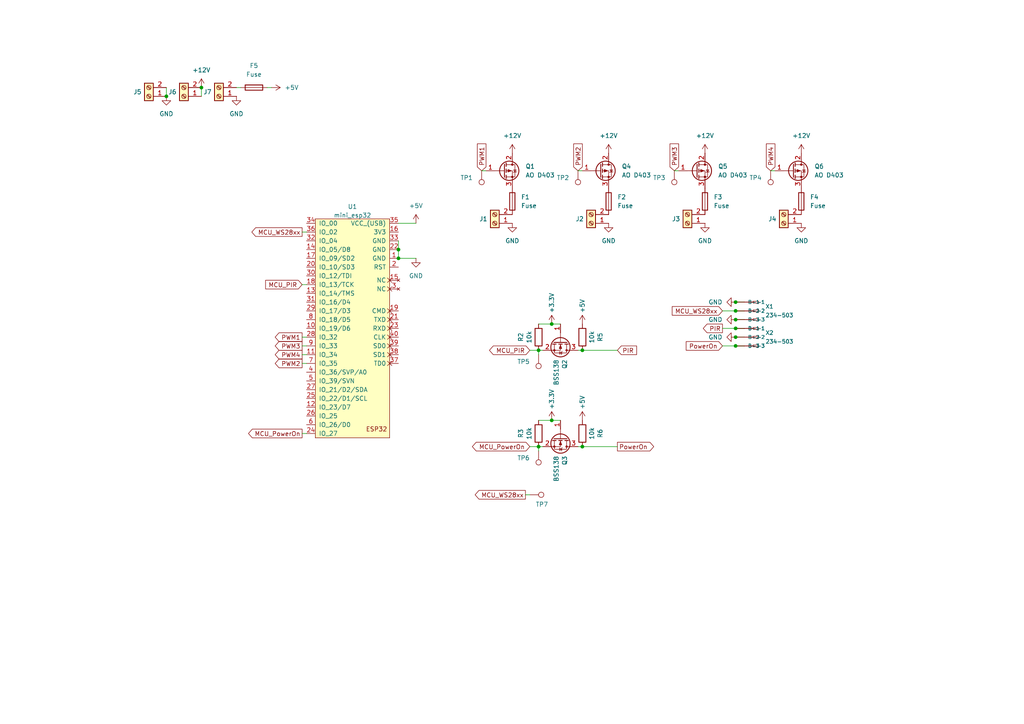
<source format=kicad_sch>
(kicad_sch (version 20231120) (generator "eeschema") (generator_version "8.0")
  (paper "A4")
  (lib_symbols
    (symbol "Connector:Screw_Terminal_01x02" (pin_names (offset 1.016) hide)
      (property "Reference" "J" (at 0 2.54 0))
      (property "Value" "Screw_Terminal_01x02" (at 0 -5.08 0))
      (symbol "Screw_Terminal_01x02_1_1"
        (rectangle (start -1.27 1.27) (end 1.27 -3.81) (stroke (width 0.254)) (fill (type background)))
        (circle (center 0 -2.54) (radius 0.635) (stroke (width 0.1524)))
        (polyline (pts (xy -0.5334 -2.2098) (xy 0.3302 -3.048)) (stroke (width 0.1524)))
        (polyline (pts (xy -0.5334 0.3302) (xy 0.3302 -0.508)) (stroke (width 0.1524)))
        (polyline (pts (xy -0.3556 -2.032) (xy 0.508 -2.8702)) (stroke (width 0.1524)))
        (polyline (pts (xy -0.3556 0.508) (xy 0.508 -0.3302)) (stroke (width 0.1524)))
        (circle (center 0 0) (radius 0.635) (stroke (width 0.1524)))
        (pin passive line (at -5.08 0 0) (length 3.81) (name "Pin_1") (number "1"))
        (pin passive line (at -5.08 -2.54 0) (length 3.81) (name "Pin_2") (number "2"))
      )
    )
    (symbol "Connector:TestPoint" (pin_numbers hide) (pin_names (offset 0.762) hide)
      (property "Reference" "TP" (at 0 6.858 0))
      (property "Value" "TestPoint" (at 0 5.08 0))
      (symbol "TestPoint_0_1"
        (circle (center 0 3.302) (radius 0.762))
      )
      (symbol "TestPoint_1_1"
        (pin passive line (at 0 0 90) (length 2.54) (name "1") (number "1"))
      )
    )
    (symbol "Device:Fuse" (pin_numbers hide) (pin_names (offset 0))
      (property "Reference" "F" (at 2.032 0 90))
      (property "Value" "Fuse" (at -1.905 0 90))
      (symbol "Fuse_0_1"
        (rectangle (start -0.762 -2.54) (end 0.762 2.54) (stroke (width 0.254)))
        (polyline (pts (xy 0 2.54) (xy 0 -2.54)))
      )
      (symbol "Fuse_1_1"
        (pin passive line (at 0 3.81 270) (length 1.27) (name "~") (number "1"))
        (pin passive line (at 0 -3.81 90) (length 1.27) (name "~") (number "2"))
      )
    )
    (symbol "Device:Q_PMOS_GDS" (pin_names (offset 0) hide)
      (property "Reference" "Q" (at 5.08 1.27 0))
      (property "Value" "Q_PMOS_GDS" (at 5.08 -1.27 0))
      (symbol "Q_PMOS_GDS_0_1"
        (polyline (pts (xy 0.254 0) (xy -2.54 0)))
        (polyline (pts (xy 0.254 1.905) (xy 0.254 -1.905)) (stroke (width 0.254)))
        (polyline (pts (xy 0.762 -1.27) (xy 0.762 -2.286)) (stroke (width 0.254)))
        (polyline (pts (xy 0.762 0.508) (xy 0.762 -0.508)) (stroke (width 0.254)))
        (polyline (pts (xy 0.762 2.286) (xy 0.762 1.27)) (stroke (width 0.254)))
        (polyline (pts (xy 2.54 2.54) (xy 2.54 1.778)))
        (polyline (pts (xy 2.54 -2.54) (xy 2.54 0) (xy 0.762 0)))
        (polyline (pts (xy 0.762 1.778) (xy 3.302 1.778) (xy 3.302 -1.778) (xy 0.762 -1.778)))
        (polyline (pts (xy 2.286 0) (xy 1.27 0.381) (xy 1.27 -0.381) (xy 2.286 0)) (fill (type outline)))
        (polyline (pts (xy 2.794 -0.508) (xy 2.921 -0.381) (xy 3.683 -0.381) (xy 3.81 -0.254)))
        (polyline (pts (xy 3.302 -0.381) (xy 2.921 0.254) (xy 3.683 0.254) (xy 3.302 -0.381)))
        (circle (center 1.651 0) (radius 2.794) (stroke (width 0.254)))
        (circle (center 2.54 -1.778) (radius 0.254) (fill (type outline)))
        (circle (center 2.54 1.778) (radius 0.254) (fill (type outline)))
      )
      (symbol "Q_PMOS_GDS_1_1"
        (pin input line (at -5.08 0 0) (length 2.54) (name "G") (number "1"))
        (pin passive line (at 2.54 5.08 270) (length 2.54) (name "D") (number "2"))
        (pin passive line (at 2.54 -5.08 90) (length 2.54) (name "S") (number "3"))
      )
    )
    (symbol "Device:R" (pin_numbers hide) (pin_names (offset 0))
      (property "Reference" "R" (at 2.032 0 90))
      (property "Value" "R" (at 0 0 90))
      (symbol "R_0_1"
        (rectangle (start -1.016 -2.54) (end 1.016 2.54) (stroke (width 0.254)))
      )
      (symbol "R_1_1"
        (pin passive line (at 0 3.81 270) (length 1.27) (name "~") (number "1"))
        (pin passive line (at 0 -3.81 90) (length 1.27) (name "~") (number "2"))
      )
    )
    (symbol "ESP32_mini:mini_esp32" (pin_names (offset 1.016))
      (property "Reference" "U" (at -7.62 -50.8 0))
      (property "Value" "mini_esp32" (at 5.08 -59.69 0))
      (symbol "mini_esp32_0_0"
        (text "ESP32" (at 7.62 -62.23 0) (effects (font (size 1.27 1.27))))
        (pin power_in line (at 13.97 -12.7 180) (length 2.54) (name "GND") (number "1"))
        (pin input line (at 13.97 -15.24 180) (length 2.54) (name "RST") (number "2"))
        (pin no_connect non_logic (at 13.97 -21.59 180) (length 2.54) (name "NC") (number "3"))
        (pin bidirectional line (at -12.7 -45.72 0) (length 2.54) (name "IO_36/SVP/A0") (number "4"))
        (pin bidirectional line (at -12.7 -48.26 0) (length 2.54) (name "IO_39/SVN") (number "5"))
      )
      (symbol "mini_esp32_0_1"
        (rectangle (start -10.16 -1.27) (end 11.43 -64.77) (fill (type background)))
      )
      (symbol "mini_esp32_1_1"
        (pin bidirectional line (at -12.7 -33.02 0) (length 2.54) (name "IO_19/D6") (number "10"))
        (pin bidirectional line (at -12.7 -40.64 0) (length 2.54) (name "IO_34") (number "11"))
        (pin bidirectional line (at -12.7 -55.88 0) (length 2.54) (name "IO_23/D7") (number "12"))
        (pin bidirectional line (at -12.7 -22.86 0) (length 2.54) (name "IO_14/TMS") (number "13"))
        (pin bidirectional line (at -12.7 -10.16 0) (length 2.54) (name "IO_05/D8") (number "14"))
        (pin no_connect non_logic (at 13.97 -19.05 180) (length 2.54) (name "NC") (number "15"))
        (pin power_in line (at 13.97 -5.08 180) (length 2.54) (name "3V3") (number "16"))
        (pin bidirectional line (at -12.7 -12.7 0) (length 2.54) (name "IO_09/SD2") (number "17"))
        (pin bidirectional line (at -12.7 -20.32 0) (length 2.54) (name "IO_13/TCK") (number "18"))
        (pin passive non_logic (at 13.97 -27.94 180) (length 2.54) (name "CMD") (number "19"))
        (pin bidirectional line (at -12.7 -15.24 0) (length 2.54) (name "IO_10/SD3") (number "20"))
        (pin passive non_logic (at 13.97 -30.48 180) (length 2.54) (name "TXD") (number "21"))
        (pin power_in line (at 13.97 -10.16 180) (length 2.54) (name "GND") (number "22"))
        (pin passive non_logic (at 13.97 -33.02 180) (length 2.54) (name "RXD") (number "23"))
        (pin bidirectional line (at -12.7 -63.5 0) (length 2.54) (name "IO_27") (number "24"))
        (pin bidirectional line (at -12.7 -53.34 0) (length 2.54) (name "IO_22/D1/SCL") (number "25"))
        (pin bidirectional line (at -12.7 -58.42 0) (length 2.54) (name "IO_25") (number "26"))
        (pin bidirectional line (at -12.7 -50.8 0) (length 2.54) (name "IO_21/D2/SDA") (number "27"))
        (pin bidirectional line (at -12.7 -35.56 0) (length 2.54) (name "IO_32") (number "28"))
        (pin bidirectional line (at -12.7 -27.94 0) (length 2.54) (name "IO_17/D3") (number "29"))
        (pin bidirectional line (at -12.7 -17.78 0) (length 2.54) (name "IO_12/TDI") (number "30"))
        (pin bidirectional line (at -12.7 -25.4 0) (length 2.54) (name "IO_16/D4") (number "31"))
        (pin bidirectional line (at -12.7 -7.62 0) (length 2.54) (name "IO_04") (number "32"))
        (pin power_in line (at 13.97 -7.62 180) (length 2.54) (name "GND") (number "33"))
        (pin bidirectional line (at -12.7 -2.54 0) (length 2.54) (name "IO_00") (number "34"))
        (pin power_in line (at 13.97 -2.54 180) (length 2.54) (name "VCC_(USB)") (number "35"))
        (pin bidirectional line (at -12.7 -5.08 0) (length 2.54) (name "IO_02") (number "36"))
        (pin passive non_logic (at 13.97 -43.18 180) (length 2.54) (name "TD0") (number "37"))
        (pin passive non_logic (at 13.97 -40.64 180) (length 2.54) (name "SD1") (number "38"))
        (pin passive non_logic (at 13.97 -38.1 180) (length 2.54) (name "SD0") (number "39"))
        (pin passive non_logic (at 13.97 -35.56 180) (length 2.54) (name "CLK") (number "40"))
        (pin bidirectional line (at -12.7 -60.96 0) (length 2.54) (name "IO_26/D0") (number "6"))
        (pin bidirectional line (at -12.7 -43.18 0) (length 2.54) (name "IO_35") (number "7"))
        (pin bidirectional line (at -12.7 -30.48 0) (length 2.54) (name "IO_18/D5") (number "8"))
        (pin bidirectional line (at -12.7 -38.1 0) (length 2.54) (name "IO_33") (number "9"))
      )
    )
    (symbol "Transistor_FET:BSS138" (pin_names hide)
      (property "Reference" "Q" (at 5.08 1.905 0))
      (property "Value" "BSS138" (at 5.08 0 0))
      (symbol "BSS138_0_1"
        (polyline (pts (xy 0.254 0) (xy -2.54 0)))
        (polyline (pts (xy 0.254 1.905) (xy 0.254 -1.905)) (stroke (width 0.254)))
        (polyline (pts (xy 0.762 -1.27) (xy 0.762 -2.286)) (stroke (width 0.254)))
        (polyline (pts (xy 0.762 0.508) (xy 0.762 -0.508)) (stroke (width 0.254)))
        (polyline (pts (xy 0.762 2.286) (xy 0.762 1.27)) (stroke (width 0.254)))
        (polyline (pts (xy 2.54 2.54) (xy 2.54 1.778)))
        (polyline (pts (xy 2.54 -2.54) (xy 2.54 0) (xy 0.762 0)))
        (polyline (pts (xy 0.762 -1.778) (xy 3.302 -1.778) (xy 3.302 1.778) (xy 0.762 1.778)))
        (polyline (pts (xy 1.016 0) (xy 2.032 0.381) (xy 2.032 -0.381) (xy 1.016 0)) (fill (type outline)))
        (polyline (pts (xy 2.794 0.508) (xy 2.921 0.381) (xy 3.683 0.381) (xy 3.81 0.254)))
        (polyline (pts (xy 3.302 0.381) (xy 2.921 -0.254) (xy 3.683 -0.254) (xy 3.302 0.381)))
        (circle (center 1.651 0) (radius 2.794) (stroke (width 0.254)))
        (circle (center 2.54 -1.778) (radius 0.254) (fill (type outline)))
        (circle (center 2.54 1.778) (radius 0.254) (fill (type outline)))
      )
      (symbol "BSS138_1_1"
        (pin input line (at -5.08 0 0) (length 2.54) (name "G") (number "1"))
        (pin passive line (at 2.54 -5.08 90) (length 2.54) (name "S") (number "2"))
        (pin passive line (at 2.54 5.08 270) (length 2.54) (name "D") (number "3"))
      )
    )
    (symbol "con-wago:234-503" (pin_numbers hide) (pin_names (offset 1.016))
      (property "Reference" "X" (at -5.08 5.08 0))
      (property "Value" "234-503" (at -5.08 -6.35 0))
      (symbol "234-503_1_0"
        (polyline (pts (xy -2.54 -2.794) (xy -1.016 -2.794)))
        (polyline (pts (xy -2.54 -2.286) (xy -2.54 -2.794)))
        (polyline (pts (xy -2.54 -0.254) (xy -1.016 -0.254)))
        (polyline (pts (xy -2.54 0.254) (xy -2.54 -0.254)))
        (polyline (pts (xy -2.54 2.286) (xy -1.016 2.286)))
        (polyline (pts (xy -2.54 2.794) (xy -2.54 2.286)))
        (polyline (pts (xy -1.016 -2.794) (xy -1.016 -2.286)))
        (polyline (pts (xy -1.016 -2.286) (xy -2.54 -2.286)))
        (polyline (pts (xy -1.016 -0.254) (xy -1.016 0.254)))
        (polyline (pts (xy -1.016 0.254) (xy -2.54 0.254)))
        (polyline (pts (xy -1.016 2.286) (xy -1.016 2.794)))
        (polyline (pts (xy -1.016 2.794) (xy -2.54 2.794)))
      )
      (symbol "234-503_1_1"
        (pin passive line (at -5.08 2.54 0) (length 2.54) (name "-1") (number "A1"))
        (pin passive line (at -5.08 0 0) (length 2.54) (name "-2") (number "A2"))
        (pin passive line (at -5.08 -2.54 0) (length 2.54) (name "-3") (number "A3"))
        (pin passive line (at -7.62 2.54 0) (length 2.54) (name "B-1") (number "B1"))
        (pin passive line (at -7.62 0 0) (length 2.54) (name "B-2") (number "B2"))
        (pin passive line (at -7.62 -2.54 0) (length 2.54) (name "B-3") (number "B3"))
      )
    )
    (symbol "power:+12V" (power) (pin_numbers hide) (pin_names (offset 0) hide)
      (property "Value" "+12V" (at 0 3.556 0))
      (symbol "+12V_0_1"
        (polyline (pts (xy -0.762 1.27) (xy 0 2.54)))
        (polyline (pts (xy 0 0) (xy 0 2.54)))
        (polyline (pts (xy 0 2.54) (xy 0.762 1.27)))
      )
      (symbol "+12V_1_1"
        (pin power_in line (at 0 0 90) (length 0) (name "~") (number "1"))
      )
    )
    (symbol "power:+3.3V" (power) (pin_names (offset 0))
      (property "Value" "+3.3V" (at 0 3.556 0))
      (symbol "+3.3V_0_1"
        (polyline (pts (xy -0.762 1.27) (xy 0 2.54)))
        (polyline (pts (xy 0 0) (xy 0 2.54)))
        (polyline (pts (xy 0 2.54) (xy 0.762 1.27)))
      )
      (symbol "+3.3V_1_1"
        (pin power_in line (at 0 0 90) (length 0) hide (name "+3.3V") (number "1"))
      )
    )
    (symbol "power:+5V" (power) (pin_names (offset 0))
      (property "Value" "+5V" (at 0 3.556 0))
      (symbol "+5V_0_1"
        (polyline (pts (xy -0.762 1.27) (xy 0 2.54)))
        (polyline (pts (xy 0 0) (xy 0 2.54)))
        (polyline (pts (xy 0 2.54) (xy 0.762 1.27)))
      )
      (symbol "+5V_1_1"
        (pin power_in line (at 0 0 90) (length 0) hide (name "+5V") (number "1"))
      )
    )
    (symbol "power:GND" (power) (pin_numbers hide) (pin_names (offset 0) hide)
      (property "Value" "GND" (at 0 -3.81 0))
      (symbol "GND_0_1"
        (polyline (pts (xy 0 0) (xy 0 -1.27) (xy 1.27 -1.27) (xy 0 -2.54) (xy -1.27 -1.27) (xy 0 -1.27)))
      )
      (symbol "GND_1_1"
        (pin power_in line (at 0 0 270) (length 0) (name "~") (number "1"))
      )
    )
  )
  (junction (at 160.02 121.92))
  (junction (at 48.26 27.94))
  (junction (at 168.91 101.6))
  (junction (at 160.02 93.98))
  (junction (at 168.91 129.54))
  (junction (at 213.36 95.25))
  (junction (at 213.36 100.33))
  (junction (at 156.21 101.6))
  (junction (at 156.21 129.54))
  (junction (at 213.36 92.71))
  (junction (at 58.42 25.4))
  (junction (at 213.36 87.63))
  (junction (at 213.36 90.17))
  (junction (at 115.57 72.39))
  (junction (at 115.57 74.93))
  (junction (at 213.36 97.79))
  (wire (pts (xy 87.63 125.73) (xy 88.9 125.73)))
  (wire (pts (xy 58.42 25.4) (xy 58.42 27.94)))
  (wire (pts (xy 160.02 93.98) (xy 156.21 93.98)))
  (wire (pts (xy 209.55 95.25) (xy 213.36 95.25)))
  (wire (pts (xy 87.63 100.33) (xy 88.9 100.33)))
  (wire (pts (xy 87.63 97.79) (xy 88.9 97.79)))
  (wire (pts (xy 168.91 129.54) (xy 167.64 129.54)))
  (wire (pts (xy 153.67 143.51) (xy 152.4 143.51)))
  (wire (pts (xy 115.57 72.39) (xy 115.57 74.93)))
  (wire (pts (xy 48.26 25.4) (xy 48.26 27.94)))
  (wire (pts (xy 213.36 97.79) (xy 215.9 97.79)))
  (wire (pts (xy 213.36 95.25) (xy 215.9 95.25)))
  (wire (pts (xy 213.36 90.17) (xy 215.9 90.17)))
  (wire (pts (xy 168.91 101.6) (xy 167.64 101.6)))
  (wire (pts (xy 120.65 64.77) (xy 115.57 64.77)))
  (wire (pts (xy 69.85 25.4) (xy 68.58 25.4)))
  (wire (pts (xy 209.55 90.17) (xy 213.36 90.17)))
  (wire (pts (xy 209.55 100.33) (xy 213.36 100.33)))
  (wire (pts (xy 139.7 49.53) (xy 140.97 49.53)))
  (wire (pts (xy 213.36 87.63) (xy 215.9 87.63)))
  (wire (pts (xy 78.74 25.4) (xy 77.47 25.4)))
  (wire (pts (xy 157.48 101.6) (xy 156.21 101.6)))
  (wire (pts (xy 168.91 129.54) (xy 179.07 129.54)))
  (wire (pts (xy 157.48 129.54) (xy 156.21 129.54)))
  (wire (pts (xy 168.91 101.6) (xy 179.07 101.6)))
  (wire (pts (xy 87.63 105.41) (xy 88.9 105.41)))
  (wire (pts (xy 162.56 121.92) (xy 160.02 121.92)))
  (wire (pts (xy 87.63 102.87) (xy 88.9 102.87)))
  (wire (pts (xy 87.63 67.31) (xy 88.9 67.31)))
  (wire (pts (xy 115.57 69.85) (xy 115.57 72.39)))
  (wire (pts (xy 195.58 49.53) (xy 196.85 49.53)))
  (wire (pts (xy 156.21 130.81) (xy 156.21 129.54)))
  (wire (pts (xy 120.65 74.93) (xy 115.57 74.93)))
  (wire (pts (xy 167.64 49.53) (xy 168.91 49.53)))
  (wire (pts (xy 213.36 100.33) (xy 215.9 100.33)))
  (wire (pts (xy 153.67 129.54) (xy 156.21 129.54)))
  (wire (pts (xy 156.21 102.87) (xy 156.21 101.6)))
  (wire (pts (xy 162.56 93.98) (xy 160.02 93.98)))
  (wire (pts (xy 160.02 121.92) (xy 156.21 121.92)))
  (wire (pts (xy 223.52 49.53) (xy 224.79 49.53)))
  (wire (pts (xy 87.63 82.55) (xy 88.9 82.55)))
  (wire (pts (xy 213.36 92.71) (xy 215.9 92.71)))
  (wire (pts (xy 153.67 101.6) (xy 156.21 101.6)))
  (global_label "PWM2" (shape output) (at 87.63 105.41 180) (property "Intersheetrefs" "${INTERSHEET_REFS}" (effects (hide yes))))
  (global_label "PWM2" (shape input) (at 167.64 49.53 90) (property "Intersheetrefs" "${INTERSHEET_REFS}" (effects (hide yes))))
  (global_label "MCU_PowerOn" (shape output) (at 87.63 125.73 180) (property "Intersheetrefs" "${INTERSHEET_REFS}" (effects (hide yes))))
  (global_label "PIR" (shape input) (at 179.07 101.6 0) (property "Intersheetrefs" "${INTERSHEET_REFS}" (effects (hide yes))))
  (global_label "MCU_PIR" (shape bidirectional) (at 153.67 101.6 180) (property "Intersheetrefs" "${INTERSHEET_REFS}" (effects (hide yes))))
  (global_label "PWM1" (shape input) (at 139.7 49.53 90) (property "Intersheetrefs" "${INTERSHEET_REFS}" (effects (hide yes))))
  (global_label "PWM4" (shape output) (at 87.63 102.87 180) (property "Intersheetrefs" "${INTERSHEET_REFS}" (effects (hide yes))))
  (global_label "PowerOn" (shape input) (at 209.55 100.33 180) (property "Intersheetrefs" "${INTERSHEET_REFS}" (effects (hide yes))))
  (global_label "MCU_WS28xx" (shape input) (at 209.55 90.17 180) (property "Intersheetrefs" "${INTERSHEET_REFS}" (effects (hide yes))))
  (global_label "PWM4" (shape input) (at 223.52 49.53 90) (property "Intersheetrefs" "${INTERSHEET_REFS}" (effects (hide yes))))
  (global_label "PWM1" (shape output) (at 87.63 97.79 180) (property "Intersheetrefs" "${INTERSHEET_REFS}" (effects (hide yes))))
  (global_label "PowerOn" (shape output) (at 179.07 129.54 0) (property "Intersheetrefs" "${INTERSHEET_REFS}" (effects (hide yes))))
  (global_label "PIR" (shape output) (at 209.55 95.25 180) (property "Intersheetrefs" "${INTERSHEET_REFS}" (effects (hide yes))))
  (global_label "MCU_WS28xx" (shape output) (at 152.4 143.51 180) (property "Intersheetrefs" "${INTERSHEET_REFS}" (effects (hide yes))))
  (global_label "PWM3" (shape output) (at 87.63 100.33 180) (property "Intersheetrefs" "${INTERSHEET_REFS}" (effects (hide yes))))
  (global_label "MCU_WS28xx" (shape output) (at 87.63 67.31 180) (property "Intersheetrefs" "${INTERSHEET_REFS}" (effects (hide yes))))
  (global_label "MCU_PowerOn" (shape bidirectional) (at 153.67 129.54 180) (property "Intersheetrefs" "${INTERSHEET_REFS}" (effects (hide yes))))
  (global_label "MCU_PIR" (shape input) (at 87.63 82.55 180) (property "Intersheetrefs" "${INTERSHEET_REFS}" (effects (hide yes))))
  (global_label "PWM3" (shape input) (at 195.58 49.53 90) (property "Intersheetrefs" "${INTERSHEET_REFS}" (effects (hide yes))))
  (symbol (lib_id "power:GND") (at 176.53 64.77 0) (unit 1)
    (property "Reference" "#PWR014" (effects (hide yes)))
    (property "Value" "GND" (at 176.53 69.85 0))
    (property "Description" "Power symbol creates a global label with name \"GND\" , ground" (effects (hide yes)))
  )
  (symbol (lib_id "Connector:TestPoint") (at 139.7 49.53 0) (mirror x) (unit 1)
    (property "Reference" "TP1" (at 137.16 51.5619 0) (effects (justify right)))
    (property "Value" "TestPoint" (effects (hide yes)))
    (property "Footprint" "Connector_PinHeader_2.54mm:PinHeader_1x01_P2.54mm_Vertical" (effects (hide yes)))
    (property "Description" "test point" (effects (hide yes)))
  )
  (symbol (lib_id "Connector:TestPoint") (at 223.52 49.53 0) (mirror x) (unit 1)
    (property "Reference" "TP4" (at 220.98 51.5619 0) (effects (justify right)))
    (property "Value" "TestPoint" (effects (hide yes)))
    (property "Footprint" "Connector_PinHeader_2.54mm:PinHeader_1x01_P2.54mm_Vertical" (effects (hide yes)))
    (property "Description" "test point" (effects (hide yes)))
  )
  (symbol (lib_id "Connector:TestPoint") (at 156.21 130.81 0) (mirror x) (unit 1)
    (property "Reference" "TP6" (at 153.67 132.8419 0) (effects (justify right)))
    (property "Value" "TestPoint" (effects (hide yes)))
    (property "Footprint" "Connector_PinHeader_2.54mm:PinHeader_1x01_P2.54mm_Vertical" (effects (hide yes)))
    (property "Description" "test point" (effects (hide yes)))
  )
  (symbol (lib_id "con-wago:234-503") (at 220.98 97.79 0) (unit 1)
    (property "Reference" "X2" (at 221.996 96.52 0) (effects (font (size 1.143 1.143)) (justify left)))
    (property "Value" "234-503" (at 221.996 99.06 0) (effects (font (size 1.143 1.143)) (justify left)))
    (property "Footprint" "ESPLED:233-503" (effects (hide yes)))
  )
  (symbol (lib_id "power:GND") (at 120.65 74.93 0) (unit 1)
    (property "Reference" "#PWR01" (effects (hide yes)))
    (property "Value" "GND" (at 120.65 80.01 0))
    (property "Description" "Power symbol creates a global label with name \"GND\" , ground" (effects (hide yes)))
  )
  (symbol (lib_id "Transistor_FET:BSS138") (at 162.56 99.06 270) (unit 1)
    (property "Reference" "Q2" (at 163.7721 104.267 0) (effects (justify left)))
    (property "Value" "BSS138" (at 161.3479 104.267 0) (effects (justify left)))
    (property "Footprint" "Package_TO_SOT_SMD:SOT-23" (effects (hide yes)))
    (property "Datasheet" "https://www.onsemi.com/pub/Collateral/BSS138-D.PDF" (effects (hide yes)))
  )
  (symbol (lib_id "power:+3.3V") (at 160.02 121.92 0) (unit 1)
    (property "Reference" "#PWR06" (effects (hide yes)))
    (property "Value" "+3.3V" (at 160.02 118.745 90) (effects (justify left)))
  )
  (symbol (lib_id "power:GND") (at 148.59 64.77 0) (unit 1)
    (property "Reference" "#PWR013" (effects (hide yes)))
    (property "Value" "GND" (at 148.59 69.85 0))
    (property "Description" "Power symbol creates a global label with name \"GND\" , ground" (effects (hide yes)))
  )
  (symbol (lib_id "power:+5V") (at 168.91 93.98 0) (unit 1)
    (property "Reference" "#PWR08" (effects (hide yes)))
    (property "Value" "+5V" (at 168.91 90.8051 90) (effects (justify left)))
  )
  (symbol (lib_id "power:+12V") (at 232.41 44.45 0) (unit 1)
    (property "Reference" "#PWR012" (effects (hide yes)))
    (property "Value" "+12V" (at 232.41 39.37 0))
    (property "Description" "Power symbol creates a global label with name \"+12V\"" (effects (hide yes)))
  )
  (symbol (lib_id "Device:Fuse") (at 73.66 25.4 90) (unit 1)
    (property "Reference" "F5" (at 73.66 19.05 90))
    (property "Value" "Fuse" (at 73.66 21.59 90))
    (property "Footprint" "Fuse:Fuseholder_Clip-5x20mm_Littelfuse_445-030_Inline_P20.50x5.20mm_D1.30mm_Horizontal" (effects (hide yes)))
    (property "Description" "Fuse" (effects (hide yes)))
  )
  (symbol (lib_id "Connector:Screw_Terminal_01x02") (at 227.33 64.77 180) (unit 1)
    (property "Reference" "J4" (at 224.028 63.5 0))
    (property "Value" "PWM-4" (effects (hide yes)))
    (property "Footprint" "TerminalBlock_MetzConnect:TerminalBlock_MetzConnect_Type101_RT01602HBWC_1x02_P5.08mm_Horizontal" (effects (hide yes)))
    (property "Description" "Generic screw terminal, single row, 01x02, script generated (kicad-library-utils/schlib/autogen/connector/)" (effects (hide yes)))
  )
  (symbol (lib_id "Device:Fuse") (at 148.59 58.42 0) (unit 1)
    (property "Reference" "F1" (at 151.13 57.1499 0) (effects (justify left)))
    (property "Value" "Fuse" (at 151.13 59.6899 0) (effects (justify left)))
    (property "Footprint" "Fuse:Fuseholder_Clip-5x20mm_Littelfuse_445-030_Inline_P20.50x5.20mm_D1.30mm_Horizontal" (effects (hide yes)))
    (property "Description" "Fuse" (effects (hide yes)))
  )
  (symbol (lib_id "Device:R") (at 156.21 125.73 0) (unit 1)
    (property "Reference" "R3" (at 151.0497 125.73 90))
    (property "Value" "10k" (at 153.4739 125.73 90))
    (property "Footprint" "Resistor_SMD:R_0805_2012Metric" (effects (hide yes)))
  )
  (symbol (lib_id "Transistor_FET:BSS138") (at 162.56 127 270) (unit 1)
    (property "Reference" "Q3" (at 163.7721 132.207 0) (effects (justify left)))
    (property "Value" "BSS138" (at 161.3479 132.207 0) (effects (justify left)))
    (property "Footprint" "Package_TO_SOT_SMD:SOT-23" (effects (hide yes)))
    (property "Datasheet" "https://www.onsemi.com/pub/Collateral/BSS138-D.PDF" (effects (hide yes)))
  )
  (symbol (lib_id "power:+12V") (at 148.59 44.45 0) (unit 1)
    (property "Reference" "#PWR07" (effects (hide yes)))
    (property "Value" "+12V" (at 148.59 39.37 0))
    (property "Description" "Power symbol creates a global label with name \"+12V\"" (effects (hide yes)))
  )
  (symbol (lib_id "power:GND") (at 48.26 27.94 0) (unit 1)
    (property "Reference" "#PWR017" (effects (hide yes)))
    (property "Value" "GND" (at 48.26 33.02 0))
    (property "Description" "Power symbol creates a global label with name \"GND\" , ground" (effects (hide yes)))
  )
  (symbol (lib_id "Connector:TestPoint") (at 195.58 49.53 0) (mirror x) (unit 1)
    (property "Reference" "TP3" (at 193.04 51.5619 0) (effects (justify right)))
    (property "Value" "TestPoint" (effects (hide yes)))
    (property "Footprint" "Connector_PinHeader_2.54mm:PinHeader_1x01_P2.54mm_Vertical" (effects (hide yes)))
    (property "Description" "test point" (effects (hide yes)))
  )
  (symbol (lib_id "Connector:TestPoint") (at 153.67 143.51 270) (mirror x) (unit 1)
    (property "Reference" "TP7" (at 159.004 146.304 90) (effects (justify right)))
    (property "Value" "TestPoint" (effects (hide yes)))
    (property "Footprint" "Connector_PinHeader_2.54mm:PinHeader_1x01_P2.54mm_Vertical" (effects (hide yes)))
    (property "Description" "test point" (effects (hide yes)))
  )
  (symbol (lib_id "power:+12V") (at 58.42 25.4 0) (unit 1)
    (property "Reference" "#PWR020" (effects (hide yes)))
    (property "Value" "+12V" (at 58.42 20.32 0))
    (property "Description" "Power symbol creates a global label with name \"+12V\"" (effects (hide yes)))
  )
  (symbol (lib_id "Device:R") (at 168.91 125.73 0) (mirror y) (unit 1)
    (property "Reference" "R6" (at 174.0703 125.73 90))
    (property "Value" "10k" (at 171.6461 125.73 90))
    (property "Footprint" "Resistor_SMD:R_0805_2012Metric" (effects (hide yes)))
  )
  (symbol (lib_id "power:GND") (at 213.36 92.71 270) (unit 1)
    (property "Reference" "#PWR03" (effects (hide yes)))
    (property "Value" "GND" (at 209.55 92.7099 90) (effects (justify right)))
    (property "Description" "Power symbol creates a global label with name \"GND\" , ground" (effects (hide yes)))
  )
  (symbol (lib_id "Device:Fuse") (at 232.41 58.42 0) (unit 1)
    (property "Reference" "F4" (at 234.95 57.1499 0) (effects (justify left)))
    (property "Value" "Fuse" (at 234.95 59.6899 0) (effects (justify left)))
    (property "Footprint" "Fuse:Fuseholder_Clip-5x20mm_Littelfuse_445-030_Inline_P20.50x5.20mm_D1.30mm_Horizontal" (effects (hide yes)))
    (property "Description" "Fuse" (effects (hide yes)))
  )
  (symbol (lib_id "Device:Q_PMOS_GDS") (at 229.87 49.53 0) (unit 1)
    (property "Reference" "Q6" (at 236.22 48.2599 0) (effects (justify left)))
    (property "Value" "AO D403" (at 236.22 50.7999 0) (effects (justify left)))
    (property "Footprint" "Package_TO_SOT_SMD:TO-252-2" (effects (hide yes)))
    (property "Description" "P-MOSFET transistor, gate/drain/source" (effects (hide yes)))
  )
  (symbol (lib_id "Connector:Screw_Terminal_01x02") (at 63.5 27.94 180) (unit 1)
    (property "Reference" "J7" (at 60.198 26.67 0))
    (property "Value" "5V-Stb" (effects (hide yes)))
    (property "Footprint" "TerminalBlock_MetzConnect:TerminalBlock_MetzConnect_Type101_RT01602HBWC_1x02_P5.08mm_Horizontal" (effects (hide yes)))
    (property "Description" "Generic screw terminal, single row, 01x02, script generated (kicad-library-utils/schlib/autogen/connector/)" (effects (hide yes)))
  )
  (symbol (lib_id "power:GND") (at 204.47 64.77 0) (unit 1)
    (property "Reference" "#PWR015" (effects (hide yes)))
    (property "Value" "GND" (at 204.47 69.85 0))
    (property "Description" "Power symbol creates a global label with name \"GND\" , ground" (effects (hide yes)))
  )
  (symbol (lib_id "power:+5V") (at 120.65 64.77 0) (unit 1)
    (property "Reference" "#PWR023" (effects (hide yes)))
    (property "Value" "+5V" (at 120.65 59.69 0))
  )
  (symbol (lib_id "Connector:Screw_Terminal_01x02") (at 199.39 64.77 180) (unit 1)
    (property "Reference" "J3" (at 196.088 63.5 0))
    (property "Value" "PWM-3" (effects (hide yes)))
    (property "Footprint" "TerminalBlock_MetzConnect:TerminalBlock_MetzConnect_Type101_RT01602HBWC_1x02_P5.08mm_Horizontal" (effects (hide yes)))
    (property "Description" "Generic screw terminal, single row, 01x02, script generated (kicad-library-utils/schlib/autogen/connector/)" (effects (hide yes)))
  )
  (symbol (lib_id "con-wago:234-503") (at 220.98 90.17 0) (unit 1)
    (property "Reference" "X1" (at 221.996 88.9 0) (effects (font (size 1.143 1.143)) (justify left)))
    (property "Value" "234-503" (at 221.996 91.44 0) (effects (font (size 1.143 1.143)) (justify left)))
    (property "Footprint" "ESPLED:233-503" (effects (hide yes)))
  )
  (symbol (lib_id "power:GND") (at 68.58 27.94 0) (unit 1)
    (property "Reference" "#PWR022" (effects (hide yes)))
    (property "Value" "GND" (at 68.58 33.02 0))
    (property "Description" "Power symbol creates a global label with name \"GND\" , ground" (effects (hide yes)))
  )
  (symbol (lib_id "power:+12V") (at 204.47 44.45 0) (unit 1)
    (property "Reference" "#PWR011" (effects (hide yes)))
    (property "Value" "+12V" (at 204.47 39.37 0))
    (property "Description" "Power symbol creates a global label with name \"+12V\"" (effects (hide yes)))
  )
  (symbol (lib_id "power:+12V") (at 176.53 44.45 0) (unit 1)
    (property "Reference" "#PWR010" (effects (hide yes)))
    (property "Value" "+12V" (at 176.53 39.37 0))
    (property "Description" "Power symbol creates a global label with name \"+12V\"" (effects (hide yes)))
  )
  (symbol (lib_id "Connector:Screw_Terminal_01x02") (at 53.34 27.94 180) (unit 1)
    (property "Reference" "J6" (at 50.038 26.67 0))
    (property "Value" "12V" (effects (hide yes)))
    (property "Footprint" "TerminalBlock_MetzConnect:TerminalBlock_MetzConnect_Type101_RT01602HBWC_1x02_P5.08mm_Horizontal" (effects (hide yes)))
    (property "Description" "Generic screw terminal, single row, 01x02, script generated (kicad-library-utils/schlib/autogen/connector/)" (effects (hide yes)))
  )
  (symbol (lib_id "Connector:Screw_Terminal_01x02") (at 171.45 64.77 180) (unit 1)
    (property "Reference" "J2" (at 168.148 63.5 0))
    (property "Value" "PWM-2" (effects (hide yes)))
    (property "Footprint" "TerminalBlock_MetzConnect:TerminalBlock_MetzConnect_Type101_RT01602HBWC_1x02_P5.08mm_Horizontal" (effects (hide yes)))
    (property "Description" "Generic screw terminal, single row, 01x02, script generated (kicad-library-utils/schlib/autogen/connector/)" (effects (hide yes)))
  )
  (symbol (lib_id "power:GND") (at 213.36 97.79 270) (unit 1)
    (property "Reference" "#PWR02" (effects (hide yes)))
    (property "Value" "GND" (at 209.55 97.7899 90) (effects (justify right)))
    (property "Description" "Power symbol creates a global label with name \"GND\" , ground" (effects (hide yes)))
  )
  (symbol (lib_id "power:+5V") (at 168.91 121.92 0) (unit 1)
    (property "Reference" "#PWR09" (effects (hide yes)))
    (property "Value" "+5V" (at 168.91 118.7451 90) (effects (justify left)))
  )
  (symbol (lib_id "Connector:TestPoint") (at 156.21 102.87 0) (mirror x) (unit 1)
    (property "Reference" "TP5" (at 153.67 104.9019 0) (effects (justify right)))
    (property "Value" "TestPoint" (effects (hide yes)))
    (property "Footprint" "Connector_PinHeader_2.54mm:PinHeader_1x01_P2.54mm_Vertical" (effects (hide yes)))
    (property "Description" "test point" (effects (hide yes)))
  )
  (symbol (lib_id "Connector:TestPoint") (at 167.64 49.53 0) (mirror x) (unit 1)
    (property "Reference" "TP2" (at 165.1 51.5619 0) (effects (justify right)))
    (property "Value" "TestPoint" (effects (hide yes)))
    (property "Footprint" "Connector_PinHeader_2.54mm:PinHeader_1x01_P2.54mm_Vertical" (effects (hide yes)))
    (property "Description" "test point" (effects (hide yes)))
  )
  (symbol (lib_id "Device:R") (at 168.91 97.79 0) (mirror y) (unit 1)
    (property "Reference" "R5" (at 174.0703 97.79 90))
    (property "Value" "10k" (at 171.6461 97.79 90))
    (property "Footprint" "Resistor_SMD:R_0805_2012Metric" (effects (hide yes)))
  )
  (symbol (lib_id "ESP32_mini:mini_esp32") (at 101.6 62.23 0) (unit 1)
    (property "Reference" "U1" (at 102.235 59.9272 0))
    (property "Value" "mini_esp32" (at 102.235 62.4641 0))
    (property "Footprint" "ESPLED:ESP32_mini" (effects (hide yes)))
  )
  (symbol (lib_id "Device:Fuse") (at 204.47 58.42 0) (unit 1)
    (property "Reference" "F3" (at 207.01 57.1499 0) (effects (justify left)))
    (property "Value" "Fuse" (at 207.01 59.6899 0) (effects (justify left)))
    (property "Footprint" "Fuse:Fuseholder_Clip-5x20mm_Littelfuse_445-030_Inline_P20.50x5.20mm_D1.30mm_Horizontal" (effects (hide yes)))
    (property "Description" "Fuse" (effects (hide yes)))
  )
  (symbol (lib_id "Device:R") (at 156.21 97.79 0) (unit 1)
    (property "Reference" "R2" (at 151.0497 97.79 90))
    (property "Value" "10k" (at 153.4739 97.79 90))
    (property "Footprint" "Resistor_SMD:R_0805_2012Metric" (effects (hide yes)))
  )
  (symbol (lib_id "power:+5V") (at 78.74 25.4 270) (unit 1)
    (property "Reference" "#PWR021" (effects (hide yes)))
    (property "Value" "+5V" (at 82.55 25.3999 90) (effects (justify left)))
  )
  (symbol (lib_id "Device:Fuse") (at 176.53 58.42 0) (unit 1)
    (property "Reference" "F2" (at 179.07 57.1499 0) (effects (justify left)))
    (property "Value" "Fuse" (at 179.07 59.6899 0) (effects (justify left)))
    (property "Footprint" "Fuse:Fuseholder_Clip-5x20mm_Littelfuse_445-030_Inline_P20.50x5.20mm_D1.30mm_Horizontal" (effects (hide yes)))
    (property "Description" "Fuse" (effects (hide yes)))
  )
  (symbol (lib_id "Device:Q_PMOS_GDS") (at 201.93 49.53 0) (unit 1)
    (property "Reference" "Q5" (at 208.28 48.2599 0) (effects (justify left)))
    (property "Value" "AO D403" (at 208.28 50.7999 0) (effects (justify left)))
    (property "Footprint" "Package_TO_SOT_SMD:TO-252-2" (effects (hide yes)))
    (property "Description" "P-MOSFET transistor, gate/drain/source" (effects (hide yes)))
  )
  (symbol (lib_id "Device:Q_PMOS_GDS") (at 146.05 49.53 0) (unit 1)
    (property "Reference" "Q1" (at 152.4 48.2599 0) (effects (justify left)))
    (property "Value" "AO D403" (at 152.4 50.7999 0) (effects (justify left)))
    (property "Footprint" "Package_TO_SOT_SMD:TO-252-2" (effects (hide yes)))
    (property "Description" "P-MOSFET transistor, gate/drain/source" (effects (hide yes)))
  )
  (symbol (lib_id "Device:Q_PMOS_GDS") (at 173.99 49.53 0) (unit 1)
    (property "Reference" "Q4" (at 180.34 48.2599 0) (effects (justify left)))
    (property "Value" "AO D403" (at 180.34 50.7999 0) (effects (justify left)))
    (property "Footprint" "Package_TO_SOT_SMD:TO-252-2" (effects (hide yes)))
    (property "Description" "P-MOSFET transistor, gate/drain/source" (effects (hide yes)))
  )
  (symbol (lib_id "power:GND") (at 232.41 64.77 0) (unit 1)
    (property "Reference" "#PWR016" (effects (hide yes)))
    (property "Value" "GND" (at 232.41 69.85 0))
    (property "Description" "Power symbol creates a global label with name \"GND\" , ground" (effects (hide yes)))
  )
  (symbol (lib_id "power:+3.3V") (at 160.02 93.98 0) (unit 1)
    (property "Reference" "#PWR05" (effects (hide yes)))
    (property "Value" "+3.3V" (at 160.02 90.805 90) (effects (justify left)))
  )
  (symbol (lib_id "power:GND") (at 213.36 87.63 270) (unit 1)
    (property "Reference" "#PWR04" (effects (hide yes)))
    (property "Value" "GND" (at 209.55 87.6299 90) (effects (justify right)))
    (property "Description" "Power symbol creates a global label with name \"GND\" , ground" (effects (hide yes)))
  )
  (symbol (lib_id "Connector:Screw_Terminal_01x02") (at 43.18 27.94 180) (unit 1)
    (property "Reference" "J5" (at 39.878 26.67 0))
    (property "Value" "GND" (effects (hide yes)))
    (property "Footprint" "TerminalBlock_MetzConnect:TerminalBlock_MetzConnect_Type101_RT01602HBWC_1x02_P5.08mm_Horizontal" (effects (hide yes)))
    (property "Description" "Generic screw terminal, single row, 01x02, script generated (kicad-library-utils/schlib/autogen/connector/)" (effects (hide yes)))
  )
  (symbol (lib_id "Connector:Screw_Terminal_01x02") (at 143.51 64.77 180) (unit 1)
    (property "Reference" "J1" (at 140.208 63.5 0))
    (property "Value" "PWM-1" (effects (hide yes)))
    (property "Footprint" "TerminalBlock_MetzConnect:TerminalBlock_MetzConnect_Type101_RT01602HBWC_1x02_P5.08mm_Horizontal" (effects (hide yes)))
    (property "Description" "Generic screw terminal, single row, 01x02, script generated (kicad-library-utils/schlib/autogen/connector/)" (effects (hide yes)))
  )
)
</source>
